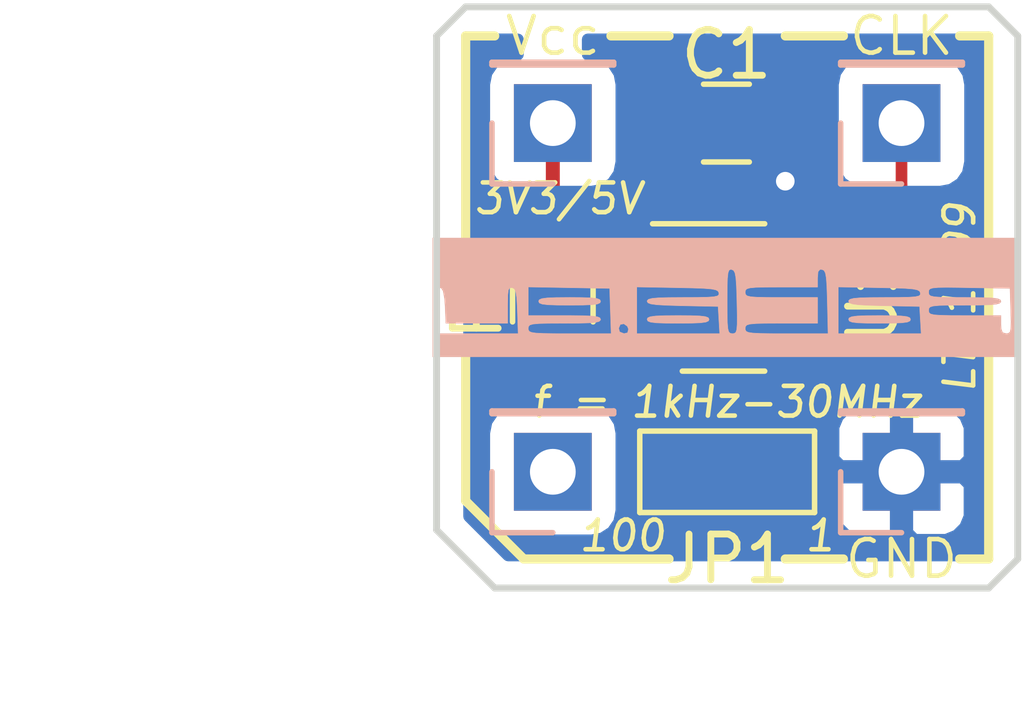
<source format=kicad_pcb>
(kicad_pcb (version 4) (host pcbnew 4.0.7)

  (general
    (links 10)
    (no_connects 0)
    (area 137.084999 73.584999 149.935001 86.435001)
    (thickness 1.6)
    (drawings 26)
    (tracks 29)
    (zones 0)
    (modules 9)
    (nets 7)
  )

  (page A4)
  (layers
    (0 F.Cu signal)
    (31 B.Cu signal)
    (32 B.Adhes user)
    (33 F.Adhes user)
    (34 B.Paste user)
    (35 F.Paste user)
    (36 B.SilkS user)
    (37 F.SilkS user)
    (38 B.Mask user)
    (39 F.Mask user)
    (40 Dwgs.User user)
    (41 Cmts.User user)
    (42 Eco1.User user)
    (43 Eco2.User user)
    (44 Edge.Cuts user)
    (45 Margin user)
    (46 B.CrtYd user)
    (47 F.CrtYd user)
    (48 B.Fab user)
    (49 F.Fab user)
  )

  (setup
    (last_trace_width 0.254)
    (trace_clearance 0.2032)
    (zone_clearance 0.508)
    (zone_45_only no)
    (trace_min 0.2)
    (segment_width 0.2)
    (edge_width 0.15)
    (via_size 0.6096)
    (via_drill 0.4064)
    (via_min_size 0.4)
    (via_min_drill 0.3)
    (uvia_size 0.3)
    (uvia_drill 0.1)
    (uvias_allowed no)
    (uvia_min_size 0.2)
    (uvia_min_drill 0.1)
    (pcb_text_width 0.3)
    (pcb_text_size 1.5 1.5)
    (mod_edge_width 0.15)
    (mod_text_size 1 1)
    (mod_text_width 0.15)
    (pad_size 1.524 1.524)
    (pad_drill 0.762)
    (pad_to_mask_clearance 0.2)
    (aux_axis_origin 0 0)
    (visible_elements FFFFFF7F)
    (pcbplotparams
      (layerselection 0x00030_80000001)
      (usegerberextensions false)
      (excludeedgelayer true)
      (linewidth 0.100000)
      (plotframeref false)
      (viasonmask false)
      (mode 1)
      (useauxorigin false)
      (hpglpennumber 1)
      (hpglpenspeed 20)
      (hpglpendiameter 15)
      (hpglpenoverlay 2)
      (psnegative false)
      (psa4output false)
      (plotreference true)
      (plotvalue true)
      (plotinvisibletext false)
      (padsonsilk false)
      (subtractmaskfromsilk false)
      (outputformat 1)
      (mirror false)
      (drillshape 1)
      (scaleselection 1)
      (outputdirectory ""))
  )

  (net 0 "")
  (net 1 VCC)
  (net 2 GND)
  (net 3 "Net-(J1-Pad1)")
  (net 4 /CLK)
  (net 5 /DIV)
  (net 6 "Net-(R1-Pad1)")

  (net_class Default "This is the default net class."
    (clearance 0.2032)
    (trace_width 0.254)
    (via_dia 0.6096)
    (via_drill 0.4064)
    (uvia_dia 0.3)
    (uvia_drill 0.1)
    (add_net /CLK)
    (add_net /DIV)
    (add_net "Net-(J1-Pad1)")
    (add_net "Net-(R1-Pad1)")
  )

  (net_class PWR ""
    (clearance 0.2032)
    (trace_width 0.3048)
    (via_dia 0.8128)
    (via_drill 0.4064)
    (uvia_dia 0.3)
    (uvia_drill 0.1)
    (add_net GND)
    (add_net VCC)
  )

  (module Pin_Headers:Pin_Header_Straight_1x01_Pitch2.54mm (layer B.Cu) (tedit 5A967168) (tstamp 5A95EC7B)
    (at 139.7 83.82)
    (descr "Through hole straight pin header, 1x01, 2.54mm pitch, single row")
    (tags "Through hole pin header THT 1x01 2.54mm single row")
    (path /5A95EE86)
    (fp_text reference J1 (at 0 2.33) (layer B.SilkS) hide
      (effects (font (size 1 1) (thickness 0.15)) (justify mirror))
    )
    (fp_text value NC (at 0 -2.33) (layer B.Fab)
      (effects (font (size 1 1) (thickness 0.15)) (justify mirror))
    )
    (fp_line (start -0.635 1.27) (end 1.27 1.27) (layer B.Fab) (width 0.1))
    (fp_line (start 1.27 1.27) (end 1.27 -1.27) (layer B.Fab) (width 0.1))
    (fp_line (start 1.27 -1.27) (end -1.27 -1.27) (layer B.Fab) (width 0.1))
    (fp_line (start -1.27 -1.27) (end -1.27 0.635) (layer B.Fab) (width 0.1))
    (fp_line (start -1.27 0.635) (end -0.635 1.27) (layer B.Fab) (width 0.1))
    (fp_line (start -1.33 -1.33) (end 1.33 -1.33) (layer B.SilkS) (width 0.12))
    (fp_line (start -1.33 -1.27) (end -1.33 -1.33) (layer B.SilkS) (width 0.12))
    (fp_line (start 1.33 -1.27) (end 1.33 -1.33) (layer B.SilkS) (width 0.12))
    (fp_line (start -1.33 -1.27) (end 1.33 -1.27) (layer B.SilkS) (width 0.12))
    (fp_line (start -1.33 0) (end -1.33 1.33) (layer B.SilkS) (width 0.12))
    (fp_line (start -1.33 1.33) (end 0 1.33) (layer B.SilkS) (width 0.12))
    (fp_line (start -1.8 1.8) (end -1.8 -1.8) (layer B.CrtYd) (width 0.05))
    (fp_line (start -1.8 -1.8) (end 1.8 -1.8) (layer B.CrtYd) (width 0.05))
    (fp_line (start 1.8 -1.8) (end 1.8 1.8) (layer B.CrtYd) (width 0.05))
    (fp_line (start 1.8 1.8) (end -1.8 1.8) (layer B.CrtYd) (width 0.05))
    (fp_text user %R (at 0 0 270) (layer B.Fab)
      (effects (font (size 1 1) (thickness 0.15)) (justify mirror))
    )
    (pad 1 thru_hole rect (at 0 0) (size 1.7 1.7) (drill 1) (layers *.Cu *.Mask)
      (net 3 "Net-(J1-Pad1)"))
    (model ${KISYS3DMOD}/Pin_Headers.3dshapes/Pin_Header_Straight_1x01_Pitch2.54mm.wrl
      (at (xyz 0 0 0))
      (scale (xyz 1 1 1))
      (rotate (xyz 0 0 0))
    )
  )

  (module Pin_Headers:Pin_Header_Straight_1x01_Pitch2.54mm (layer B.Cu) (tedit 5A96716B) (tstamp 5A95EC80)
    (at 147.32 83.82)
    (descr "Through hole straight pin header, 1x01, 2.54mm pitch, single row")
    (tags "Through hole pin header THT 1x01 2.54mm single row")
    (path /5A95EA7C)
    (fp_text reference J4 (at 0 2.33) (layer B.SilkS) hide
      (effects (font (size 1 1) (thickness 0.15)) (justify mirror))
    )
    (fp_text value GND (at 0 1.905 180) (layer F.SilkS)
      (effects (font (size 0.8 0.8) (thickness 0.1)))
    )
    (fp_line (start -0.635 1.27) (end 1.27 1.27) (layer B.Fab) (width 0.1))
    (fp_line (start 1.27 1.27) (end 1.27 -1.27) (layer B.Fab) (width 0.1))
    (fp_line (start 1.27 -1.27) (end -1.27 -1.27) (layer B.Fab) (width 0.1))
    (fp_line (start -1.27 -1.27) (end -1.27 0.635) (layer B.Fab) (width 0.1))
    (fp_line (start -1.27 0.635) (end -0.635 1.27) (layer B.Fab) (width 0.1))
    (fp_line (start -1.33 -1.33) (end 1.33 -1.33) (layer B.SilkS) (width 0.12))
    (fp_line (start -1.33 -1.27) (end -1.33 -1.33) (layer B.SilkS) (width 0.12))
    (fp_line (start 1.33 -1.27) (end 1.33 -1.33) (layer B.SilkS) (width 0.12))
    (fp_line (start -1.33 -1.27) (end 1.33 -1.27) (layer B.SilkS) (width 0.12))
    (fp_line (start -1.33 0) (end -1.33 1.33) (layer B.SilkS) (width 0.12))
    (fp_line (start -1.33 1.33) (end 0 1.33) (layer B.SilkS) (width 0.12))
    (fp_line (start -1.8 1.8) (end -1.8 -1.8) (layer B.CrtYd) (width 0.05))
    (fp_line (start -1.8 -1.8) (end 1.8 -1.8) (layer B.CrtYd) (width 0.05))
    (fp_line (start 1.8 -1.8) (end 1.8 1.8) (layer B.CrtYd) (width 0.05))
    (fp_line (start 1.8 1.8) (end -1.8 1.8) (layer B.CrtYd) (width 0.05))
    (fp_text user %R (at 0 0 270) (layer B.Fab)
      (effects (font (size 1 1) (thickness 0.15)) (justify mirror))
    )
    (pad 1 thru_hole rect (at 0 0) (size 1.7 1.7) (drill 1) (layers *.Cu *.Mask)
      (net 2 GND))
    (model ${KISYS3DMOD}/Pin_Headers.3dshapes/Pin_Header_Straight_1x01_Pitch2.54mm.wrl
      (at (xyz 0 0 0))
      (scale (xyz 1 1 1))
      (rotate (xyz 0 0 0))
    )
  )

  (module Pin_Headers:Pin_Header_Straight_1x01_Pitch2.54mm (layer B.Cu) (tedit 5A967171) (tstamp 5A95EC85)
    (at 147.32 76.2)
    (descr "Through hole straight pin header, 1x01, 2.54mm pitch, single row")
    (tags "Through hole pin header THT 1x01 2.54mm single row")
    (path /5A95EAAB)
    (fp_text reference J5 (at 0 2.33) (layer B.SilkS) hide
      (effects (font (size 1 1) (thickness 0.15)) (justify mirror))
    )
    (fp_text value CLK (at 0 -1.905) (layer F.SilkS)
      (effects (font (size 0.8 0.8) (thickness 0.1)))
    )
    (fp_line (start -0.635 1.27) (end 1.27 1.27) (layer B.Fab) (width 0.1))
    (fp_line (start 1.27 1.27) (end 1.27 -1.27) (layer B.Fab) (width 0.1))
    (fp_line (start 1.27 -1.27) (end -1.27 -1.27) (layer B.Fab) (width 0.1))
    (fp_line (start -1.27 -1.27) (end -1.27 0.635) (layer B.Fab) (width 0.1))
    (fp_line (start -1.27 0.635) (end -0.635 1.27) (layer B.Fab) (width 0.1))
    (fp_line (start -1.33 -1.33) (end 1.33 -1.33) (layer B.SilkS) (width 0.12))
    (fp_line (start -1.33 -1.27) (end -1.33 -1.33) (layer B.SilkS) (width 0.12))
    (fp_line (start 1.33 -1.27) (end 1.33 -1.33) (layer B.SilkS) (width 0.12))
    (fp_line (start -1.33 -1.27) (end 1.33 -1.27) (layer B.SilkS) (width 0.12))
    (fp_line (start -1.33 0) (end -1.33 1.33) (layer B.SilkS) (width 0.12))
    (fp_line (start -1.33 1.33) (end 0 1.33) (layer B.SilkS) (width 0.12))
    (fp_line (start -1.8 1.8) (end -1.8 -1.8) (layer B.CrtYd) (width 0.05))
    (fp_line (start -1.8 -1.8) (end 1.8 -1.8) (layer B.CrtYd) (width 0.05))
    (fp_line (start 1.8 -1.8) (end 1.8 1.8) (layer B.CrtYd) (width 0.05))
    (fp_line (start 1.8 1.8) (end -1.8 1.8) (layer B.CrtYd) (width 0.05))
    (fp_text user %R (at 0 0 270) (layer B.Fab)
      (effects (font (size 1 1) (thickness 0.15)) (justify mirror))
    )
    (pad 1 thru_hole rect (at 0 0) (size 1.7 1.7) (drill 1) (layers *.Cu *.Mask)
      (net 4 /CLK))
    (model ${KISYS3DMOD}/Pin_Headers.3dshapes/Pin_Header_Straight_1x01_Pitch2.54mm.wrl
      (at (xyz 0 0 0))
      (scale (xyz 1 1 1))
      (rotate (xyz 0 0 0))
    )
  )

  (module Pin_Headers:Pin_Header_Straight_1x01_Pitch2.54mm (layer B.Cu) (tedit 5A967176) (tstamp 5A95EC8A)
    (at 139.7 76.2)
    (descr "Through hole straight pin header, 1x01, 2.54mm pitch, single row")
    (tags "Through hole pin header THT 1x01 2.54mm single row")
    (path /5A95EA30)
    (fp_text reference J8 (at 0 2.33) (layer B.SilkS) hide
      (effects (font (size 1 1) (thickness 0.15)) (justify mirror))
    )
    (fp_text value Vcc (at 0 -1.905 180) (layer F.SilkS)
      (effects (font (size 0.8 0.8) (thickness 0.1)))
    )
    (fp_line (start -0.635 1.27) (end 1.27 1.27) (layer B.Fab) (width 0.1))
    (fp_line (start 1.27 1.27) (end 1.27 -1.27) (layer B.Fab) (width 0.1))
    (fp_line (start 1.27 -1.27) (end -1.27 -1.27) (layer B.Fab) (width 0.1))
    (fp_line (start -1.27 -1.27) (end -1.27 0.635) (layer B.Fab) (width 0.1))
    (fp_line (start -1.27 0.635) (end -0.635 1.27) (layer B.Fab) (width 0.1))
    (fp_line (start -1.33 -1.33) (end 1.33 -1.33) (layer B.SilkS) (width 0.12))
    (fp_line (start -1.33 -1.27) (end -1.33 -1.33) (layer B.SilkS) (width 0.12))
    (fp_line (start 1.33 -1.27) (end 1.33 -1.33) (layer B.SilkS) (width 0.12))
    (fp_line (start -1.33 -1.27) (end 1.33 -1.27) (layer B.SilkS) (width 0.12))
    (fp_line (start -1.33 0) (end -1.33 1.33) (layer B.SilkS) (width 0.12))
    (fp_line (start -1.33 1.33) (end 0 1.33) (layer B.SilkS) (width 0.12))
    (fp_line (start -1.8 1.8) (end -1.8 -1.8) (layer B.CrtYd) (width 0.05))
    (fp_line (start -1.8 -1.8) (end 1.8 -1.8) (layer B.CrtYd) (width 0.05))
    (fp_line (start 1.8 -1.8) (end 1.8 1.8) (layer B.CrtYd) (width 0.05))
    (fp_line (start 1.8 1.8) (end -1.8 1.8) (layer B.CrtYd) (width 0.05))
    (fp_text user %R (at 0 0 270) (layer B.Fab)
      (effects (font (size 1 1) (thickness 0.15)) (justify mirror))
    )
    (pad 1 thru_hole rect (at 0 0) (size 1.7 1.7) (drill 1) (layers *.Cu *.Mask)
      (net 1 VCC))
    (model ${KISYS3DMOD}/Pin_Headers.3dshapes/Pin_Header_Straight_1x01_Pitch2.54mm.wrl
      (at (xyz 0 0 0))
      (scale (xyz 1 1 1))
      (rotate (xyz 0 0 0))
    )
  )

  (module Connectors:GS3 (layer F.Cu) (tedit 58613494) (tstamp 5A95EC91)
    (at 143.51 83.82 270)
    (descr "3-pin solder bridge")
    (tags "solder bridge")
    (path /5A95E980)
    (attr smd)
    (fp_text reference JP1 (at 1.905 0 360) (layer F.SilkS)
      (effects (font (size 1 1) (thickness 0.15)))
    )
    (fp_text value GS3 (at 1.8 0 360) (layer F.Fab)
      (effects (font (size 1 1) (thickness 0.15)))
    )
    (fp_line (start -1.15 -2.15) (end 1.15 -2.15) (layer F.CrtYd) (width 0.05))
    (fp_line (start 1.15 -2.15) (end 1.15 2.15) (layer F.CrtYd) (width 0.05))
    (fp_line (start 1.15 2.15) (end -1.15 2.15) (layer F.CrtYd) (width 0.05))
    (fp_line (start -1.15 2.15) (end -1.15 -2.15) (layer F.CrtYd) (width 0.05))
    (fp_line (start -0.89 -1.91) (end -0.89 1.91) (layer F.SilkS) (width 0.12))
    (fp_line (start -0.89 1.91) (end 0.89 1.91) (layer F.SilkS) (width 0.12))
    (fp_line (start 0.89 1.91) (end 0.89 -1.91) (layer F.SilkS) (width 0.12))
    (fp_line (start -0.89 -1.91) (end 0.89 -1.91) (layer F.SilkS) (width 0.12))
    (pad 1 smd rect (at 0 -1.27 270) (size 1.27 0.97) (layers F.Cu F.Paste F.Mask)
      (net 2 GND))
    (pad 2 smd rect (at 0 0 270) (size 1.27 0.97) (layers F.Cu F.Paste F.Mask)
      (net 5 /DIV))
    (pad 3 smd rect (at 0 1.27 270) (size 1.27 0.97) (layers F.Cu F.Paste F.Mask)
      (net 1 VCC))
  )

  (module TO_SOT_Packages_SMD:SOT-23-5_HandSoldering (layer F.Cu) (tedit 58CE4E7E) (tstamp 5A95ECA0)
    (at 143.43 80.01)
    (descr "5-pin SOT23 package")
    (tags "SOT-23-5 hand-soldering")
    (path /5A95E822)
    (attr smd)
    (fp_text reference U1 (at 3.255 0 90) (layer F.SilkS)
      (effects (font (size 1 1) (thickness 0.15)))
    )
    (fp_text value LTC1799 (at 0 2.9) (layer F.Fab)
      (effects (font (size 1 1) (thickness 0.15)))
    )
    (fp_text user %R (at 0 0 90) (layer F.Fab)
      (effects (font (size 0.5 0.5) (thickness 0.075)))
    )
    (fp_line (start -0.9 1.61) (end 0.9 1.61) (layer F.SilkS) (width 0.12))
    (fp_line (start 0.9 -1.61) (end -1.55 -1.61) (layer F.SilkS) (width 0.12))
    (fp_line (start -0.9 -0.9) (end -0.25 -1.55) (layer F.Fab) (width 0.1))
    (fp_line (start 0.9 -1.55) (end -0.25 -1.55) (layer F.Fab) (width 0.1))
    (fp_line (start -0.9 -0.9) (end -0.9 1.55) (layer F.Fab) (width 0.1))
    (fp_line (start 0.9 1.55) (end -0.9 1.55) (layer F.Fab) (width 0.1))
    (fp_line (start 0.9 -1.55) (end 0.9 1.55) (layer F.Fab) (width 0.1))
    (fp_line (start -2.38 -1.8) (end 2.38 -1.8) (layer F.CrtYd) (width 0.05))
    (fp_line (start -2.38 -1.8) (end -2.38 1.8) (layer F.CrtYd) (width 0.05))
    (fp_line (start 2.38 1.8) (end 2.38 -1.8) (layer F.CrtYd) (width 0.05))
    (fp_line (start 2.38 1.8) (end -2.38 1.8) (layer F.CrtYd) (width 0.05))
    (pad 1 smd rect (at -1.35 -0.95) (size 1.56 0.65) (layers F.Cu F.Paste F.Mask)
      (net 1 VCC))
    (pad 2 smd rect (at -1.35 0) (size 1.56 0.65) (layers F.Cu F.Paste F.Mask)
      (net 2 GND))
    (pad 3 smd rect (at -1.35 0.95) (size 1.56 0.65) (layers F.Cu F.Paste F.Mask)
      (net 6 "Net-(R1-Pad1)"))
    (pad 4 smd rect (at 1.35 0.95) (size 1.56 0.65) (layers F.Cu F.Paste F.Mask)
      (net 5 /DIV))
    (pad 5 smd rect (at 1.35 -0.95) (size 1.56 0.65) (layers F.Cu F.Paste F.Mask)
      (net 4 /CLK))
    (model ${KISYS3DMOD}/TO_SOT_Packages_SMD.3dshapes\SOT-23-5.wrl
      (at (xyz 0 0 0))
      (scale (xyz 1 1 1))
      (rotate (xyz 0 0 0))
    )
  )

  (module Capacitors_SMD:C_0805 (layer F.Cu) (tedit 58AA8463) (tstamp 5A966F2F)
    (at 143.494 76.2)
    (descr "Capacitor SMD 0805, reflow soldering, AVX (see smccp.pdf)")
    (tags "capacitor 0805")
    (path /5A95E924)
    (attr smd)
    (fp_text reference C1 (at 0 -1.5) (layer F.SilkS)
      (effects (font (size 1 1) (thickness 0.15)))
    )
    (fp_text value 100nF (at 0 1.75) (layer F.Fab)
      (effects (font (size 1 1) (thickness 0.15)))
    )
    (fp_text user %R (at 0 -1.5) (layer F.Fab)
      (effects (font (size 1 1) (thickness 0.15)))
    )
    (fp_line (start -1 0.62) (end -1 -0.62) (layer F.Fab) (width 0.1))
    (fp_line (start 1 0.62) (end -1 0.62) (layer F.Fab) (width 0.1))
    (fp_line (start 1 -0.62) (end 1 0.62) (layer F.Fab) (width 0.1))
    (fp_line (start -1 -0.62) (end 1 -0.62) (layer F.Fab) (width 0.1))
    (fp_line (start 0.5 -0.85) (end -0.5 -0.85) (layer F.SilkS) (width 0.12))
    (fp_line (start -0.5 0.85) (end 0.5 0.85) (layer F.SilkS) (width 0.12))
    (fp_line (start -1.75 -0.88) (end 1.75 -0.88) (layer F.CrtYd) (width 0.05))
    (fp_line (start -1.75 -0.88) (end -1.75 0.87) (layer F.CrtYd) (width 0.05))
    (fp_line (start 1.75 0.87) (end 1.75 -0.88) (layer F.CrtYd) (width 0.05))
    (fp_line (start 1.75 0.87) (end -1.75 0.87) (layer F.CrtYd) (width 0.05))
    (pad 1 smd rect (at -1 0) (size 1 1.25) (layers F.Cu F.Paste F.Mask)
      (net 1 VCC))
    (pad 2 smd rect (at 1 0) (size 1 1.25) (layers F.Cu F.Paste F.Mask)
      (net 2 GND))
    (model Capacitors_SMD.3dshapes/C_0805.wrl
      (at (xyz 0 0 0))
      (scale (xyz 1 1 1))
      (rotate (xyz 0 0 0))
    )
  )

  (module Resistors_SMD:R_0805 (layer F.Cu) (tedit 58E0A804) (tstamp 5A966F35)
    (at 139.7 79.944 90)
    (descr "Resistor SMD 0805, reflow soldering, Vishay (see dcrcw.pdf)")
    (tags "resistor 0805")
    (path /5A95E8B7)
    (attr smd)
    (fp_text reference R1 (at 0 -1.65 90) (layer F.SilkS)
      (effects (font (size 1 1) (thickness 0.15)))
    )
    (fp_text value Rset (at 0 1.75 90) (layer F.Fab)
      (effects (font (size 1 1) (thickness 0.15)))
    )
    (fp_text user %R (at 0 0 90) (layer F.Fab)
      (effects (font (size 0.5 0.5) (thickness 0.075)))
    )
    (fp_line (start -1 0.62) (end -1 -0.62) (layer F.Fab) (width 0.1))
    (fp_line (start 1 0.62) (end -1 0.62) (layer F.Fab) (width 0.1))
    (fp_line (start 1 -0.62) (end 1 0.62) (layer F.Fab) (width 0.1))
    (fp_line (start -1 -0.62) (end 1 -0.62) (layer F.Fab) (width 0.1))
    (fp_line (start 0.6 0.88) (end -0.6 0.88) (layer F.SilkS) (width 0.12))
    (fp_line (start -0.6 -0.88) (end 0.6 -0.88) (layer F.SilkS) (width 0.12))
    (fp_line (start -1.55 -0.9) (end 1.55 -0.9) (layer F.CrtYd) (width 0.05))
    (fp_line (start -1.55 -0.9) (end -1.55 0.9) (layer F.CrtYd) (width 0.05))
    (fp_line (start 1.55 0.9) (end 1.55 -0.9) (layer F.CrtYd) (width 0.05))
    (fp_line (start 1.55 0.9) (end -1.55 0.9) (layer F.CrtYd) (width 0.05))
    (pad 1 smd rect (at -0.95 0 90) (size 0.7 1.3) (layers F.Cu F.Paste F.Mask)
      (net 6 "Net-(R1-Pad1)"))
    (pad 2 smd rect (at 0.95 0 90) (size 0.7 1.3) (layers F.Cu F.Paste F.Mask)
      (net 1 VCC))
    (model ${KISYS3DMOD}/Resistors_SMD.3dshapes/R_0805.wrl
      (at (xyz 0 0 0))
      (scale (xyz 1 1 1))
      (rotate (xyz 0 0 0))
    )
  )

  (module "ZX Speccy:fatla_eu" (layer B.Cu) (tedit 0) (tstamp 5A9673B1)
    (at 143.51 80.01 180)
    (fp_text reference G*** (at 0 0 180) (layer B.SilkS) hide
      (effects (font (thickness 0.3)) (justify mirror))
    )
    (fp_text value LOGO (at 0.75 0 180) (layer B.SilkS) hide
      (effects (font (thickness 0.3)) (justify mirror))
    )
    (fp_poly (pts (xy 6.434666 -1.298222) (xy -6.378222 -1.298222) (xy -6.378222 -0.533189) (xy -6.203069 -0.533189)
      (xy -6.19931 -0.679142) (xy -6.181327 -0.756045) (xy -6.144751 -0.785752) (xy -6.098198 -0.790222)
      (xy -4.239233 -0.790222) (xy -2.427111 -0.790222) (xy -2.204808 -0.790222) (xy -1.29996 -0.790222)
      (xy -0.961898 -0.789565) (xy -0.720494 -0.786245) (xy -0.559519 -0.778236) (xy -0.462743 -0.763514)
      (xy -0.413936 -0.740054) (xy -0.396871 -0.705831) (xy -0.395111 -0.677333) (xy -0.400973 -0.632661)
      (xy -0.430125 -0.601637) (xy -0.499915 -0.581784) (xy -0.627692 -0.570621) (xy -0.830804 -0.565672)
      (xy -1.126599 -0.564457) (xy -1.185334 -0.564444) (xy -1.975556 -0.564444) (xy -1.975556 -0.388394)
      (xy -0.219092 -0.388394) (xy -0.21868 -0.583048) (xy -0.209515 -0.701989) (xy -0.188942 -0.763778)
      (xy -0.154307 -0.786976) (xy -0.114626 -0.790222) (xy 0.163434 -0.790222) (xy 1.975555 -0.790222)
      (xy 1.975555 -0.692092) (xy 2.155509 -0.692092) (xy 2.176307 -0.772435) (xy 2.253639 -0.790222)
      (xy 2.535605 -0.790222) (xy 3.440913 -0.790222) (xy 4.567605 -0.790222) (xy 6.321778 -0.790222)
      (xy 6.321778 -0.277518) (xy 6.317674 -0.022948) (xy 6.304005 0.133125) (xy 6.278731 0.204842)
      (xy 6.251222 0.211872) (xy 6.20659 0.141153) (xy 6.175562 -0.029028) (xy 6.163976 -0.187943)
      (xy 6.147286 -0.564444) (xy 4.797778 -0.564444) (xy 4.797778 -0.165194) (xy 4.794537 0.043633)
      (xy 4.780973 0.161863) (xy 4.751321 0.211694) (xy 4.699815 0.215325) (xy 4.699 0.215171)
      (xy 4.650056 0.189749) (xy 4.618205 0.121644) (xy 4.598578 -0.010809) (xy 4.586307 -0.229275)
      (xy 4.583913 -0.296968) (xy 4.567605 -0.790222) (xy 3.440913 -0.790222) (xy 3.779074 -0.789566)
      (xy 4.020572 -0.786248) (xy 4.181634 -0.778246) (xy 4.278484 -0.763536) (xy 4.327348 -0.740094)
      (xy 4.344451 -0.705899) (xy 4.346222 -0.677333) (xy 4.34036 -0.632661) (xy 4.311208 -0.601637)
      (xy 4.241418 -0.581784) (xy 4.113641 -0.570621) (xy 3.91053 -0.565672) (xy 3.614735 -0.564457)
      (xy 3.556 -0.564444) (xy 3.237297 -0.562749) (xy 3.015274 -0.55651) (xy 2.873758 -0.543992)
      (xy 2.796575 -0.523464) (xy 2.767551 -0.493193) (xy 2.765778 -0.479778) (xy 2.781596 -0.445631)
      (xy 2.839832 -0.421843) (xy 2.956661 -0.40668) (xy 3.148256 -0.398411) (xy 3.43079 -0.395301)
      (xy 3.556 -0.395111) (xy 4.346222 -0.395111) (xy 4.346222 0.228645) (xy 3.457222 0.2131)
      (xy 2.568222 0.197556) (xy 2.551913 -0.296333) (xy 2.535605 -0.790222) (xy 2.253639 -0.790222)
      (xy 2.350139 -0.753034) (xy 2.370666 -0.673194) (xy 2.33519 -0.589563) (xy 2.257858 -0.575808)
      (xy 2.182318 -0.628096) (xy 2.155509 -0.692092) (xy 1.975555 -0.692092) (xy 1.975555 0.228645)
      (xy 1.08727 0.2131) (xy 0.749807 0.206051) (xy 0.508804 0.197214) (xy 0.347832 0.18452)
      (xy 0.250462 0.165897) (xy 0.200265 0.139276) (xy 0.180813 0.102586) (xy 0.18002 0.098778)
      (xy 0.181193 0.059676) (xy 0.21337 0.032455) (xy 0.29319 0.014998) (xy 0.437291 0.005183)
      (xy 0.662312 0.000892) (xy 0.955417 0) (xy 1.275943 -0.001757) (xy 1.499563 -0.008142)
      (xy 1.642217 -0.02082) (xy 1.719848 -0.041459) (xy 1.748399 -0.071727) (xy 1.749778 -0.083074)
      (xy 1.73163 -0.117419) (xy 1.666608 -0.142328) (xy 1.538844 -0.159821) (xy 1.33247 -0.171917)
      (xy 1.031619 -0.180635) (xy 0.973666 -0.181851) (xy 0.197555 -0.197555) (xy 0.180494 -0.493889)
      (xy 0.163434 -0.790222) (xy -0.114626 -0.790222) (xy -0.067189 -0.784176) (xy -0.035027 -0.753836)
      (xy -0.015185 -0.680896) (xy -0.004706 -0.547053) (xy -0.000633 -0.334) (xy 0 -0.080528)
      (xy -0.001283 0.21381) (xy -0.006798 0.412775) (xy -0.019051 0.533873) (xy -0.040542 0.594607)
      (xy -0.073776 0.61248) (xy -0.098778 0.61023) (xy -0.140892 0.58992) (xy -0.170214 0.535594)
      (xy -0.189745 0.428682) (xy -0.202484 0.250617) (xy -0.211429 -0.017172) (xy -0.213404 -0.099465)
      (xy -0.219092 -0.388394) (xy -1.975556 -0.388394) (xy -1.975556 0) (xy -1.185334 0)
      (xy -0.87263 0.000838) (xy -0.655464 0.005002) (xy -0.516487 0.014972) (xy -0.43835 0.033226)
      (xy -0.403706 0.062242) (xy -0.395205 0.104498) (xy -0.395111 0.112889) (xy -0.400973 0.157561)
      (xy -0.430125 0.188585) (xy -0.499915 0.208439) (xy -0.627692 0.219601) (xy -0.830804 0.22455)
      (xy -1.126599 0.225765) (xy -1.185334 0.225778) (xy -1.975556 0.225778) (xy -1.975556 0.427472)
      (xy -1.986553 0.56266) (xy -2.028669 0.61164) (xy -2.074334 0.61023) (xy -2.116447 0.58992)
      (xy -2.14577 0.535594) (xy -2.165301 0.428682) (xy -2.178039 0.250617) (xy -2.186984 -0.017172)
      (xy -2.18896 -0.099465) (xy -2.204808 -0.790222) (xy -2.427111 -0.790222) (xy -2.427111 0.228645)
      (xy -3.315396 0.2131) (xy -3.652859 0.206051) (xy -3.893863 0.197214) (xy -4.054835 0.18452)
      (xy -4.152205 0.165897) (xy -4.202401 0.139276) (xy -4.221853 0.102586) (xy -4.222646 0.098778)
      (xy -4.221474 0.059676) (xy -4.189297 0.032455) (xy -4.109477 0.014998) (xy -3.965375 0.005183)
      (xy -3.740354 0.000892) (xy -3.44725 0) (xy -3.126723 -0.001757) (xy -2.903104 -0.008142)
      (xy -2.76045 -0.02082) (xy -2.682818 -0.041459) (xy -2.654267 -0.071727) (xy -2.652889 -0.083074)
      (xy -2.671037 -0.117419) (xy -2.736059 -0.142328) (xy -2.863823 -0.159821) (xy -3.070196 -0.171917)
      (xy -3.371048 -0.180635) (xy -3.429 -0.181851) (xy -4.205111 -0.197555) (xy -4.222172 -0.493889)
      (xy -4.239233 -0.790222) (xy -6.098198 -0.790222) (xy -6.019068 -0.768938) (xy -5.987063 -0.684818)
      (xy -5.983111 -0.592666) (xy -5.983111 -0.395111) (xy -5.192889 -0.395111) (xy -4.880186 -0.394273)
      (xy -4.66302 -0.390109) (xy -4.524043 -0.380139) (xy -4.445906 -0.361885) (xy -4.411261 -0.332869)
      (xy -4.40276 -0.290613) (xy -4.402667 -0.282222) (xy -4.408529 -0.23755) (xy -4.437681 -0.206526)
      (xy -4.507471 -0.186672) (xy -4.635248 -0.17551) (xy -4.838359 -0.170561) (xy -5.134154 -0.169346)
      (xy -5.192889 -0.169333) (xy -5.511592 -0.167638) (xy -5.733615 -0.161399) (xy -5.875131 -0.148881)
      (xy -5.952314 -0.128353) (xy -5.981337 -0.098082) (xy -5.983111 -0.084666) (xy -5.967293 -0.05052)
      (xy -5.909056 -0.026731) (xy -5.792227 -0.011569) (xy -5.600633 -0.003299) (xy -5.318098 -0.00019)
      (xy -5.192889 0) (xy -4.880263 0.000807) (xy -4.663163 0.004903) (xy -4.524226 0.014799)
      (xy -4.446092 0.033007) (xy -4.4114 0.062038) (xy -4.402788 0.104405) (xy -4.402667 0.114322)
      (xy -4.407353 0.157251) (xy -4.432336 0.187419) (xy -4.494005 0.206646) (xy -4.608748 0.216755)
      (xy -4.792952 0.219565) (xy -5.063005 0.216897) (xy -5.291667 0.2131) (xy -6.180667 0.197556)
      (xy -6.196976 -0.296333) (xy -6.203069 -0.533189) (xy -6.378222 -0.533189) (xy -6.378222 1.298222)
      (xy 6.434666 1.298222) (xy 6.434666 -1.298222)) (layer B.SilkS) (width 0.01))
    (fp_poly (pts (xy -3.038195 -0.397234) (xy -2.841732 -0.405041) (xy -2.723563 -0.420692) (xy -2.666418 -0.446346)
      (xy -2.652889 -0.479778) (xy -2.669872 -0.516281) (xy -2.732333 -0.540839) (xy -2.857542 -0.55561)
      (xy -3.062769 -0.562753) (xy -3.330222 -0.564444) (xy -3.62225 -0.562321) (xy -3.818713 -0.554514)
      (xy -3.936882 -0.538863) (xy -3.994027 -0.513209) (xy -4.007556 -0.479778) (xy -3.990573 -0.443274)
      (xy -3.928112 -0.418716) (xy -3.802903 -0.403945) (xy -3.597676 -0.396802) (xy -3.330222 -0.395111)
      (xy -3.038195 -0.397234)) (layer B.SilkS) (width 0.01))
    (fp_poly (pts (xy 1.364471 -0.397234) (xy 1.560935 -0.405041) (xy 1.679104 -0.420692) (xy 1.736249 -0.446346)
      (xy 1.749778 -0.479778) (xy 1.732795 -0.516281) (xy 1.670334 -0.540839) (xy 1.545125 -0.55561)
      (xy 1.339898 -0.562753) (xy 1.072444 -0.564444) (xy 0.780417 -0.562321) (xy 0.583954 -0.554514)
      (xy 0.465784 -0.538863) (xy 0.408639 -0.513209) (xy 0.395111 -0.479778) (xy 0.412093 -0.443274)
      (xy 0.474554 -0.418716) (xy 0.599763 -0.403945) (xy 0.80499 -0.396802) (xy 1.072444 -0.395111)
      (xy 1.364471 -0.397234)) (layer B.SilkS) (width 0.01))
    (fp_poly (pts (xy 3.735138 -0.002123) (xy 3.931601 -0.00993) (xy 4.049771 -0.025581) (xy 4.106916 -0.051235)
      (xy 4.120444 -0.084666) (xy 4.103462 -0.12117) (xy 4.041001 -0.145728) (xy 3.915792 -0.160499)
      (xy 3.710565 -0.167642) (xy 3.443111 -0.169333) (xy 3.151084 -0.16721) (xy 2.95462 -0.159403)
      (xy 2.836451 -0.143752) (xy 2.779306 -0.118098) (xy 2.765778 -0.084666) (xy 2.78276 -0.048163)
      (xy 2.845221 -0.023605) (xy 2.97043 -0.008834) (xy 3.175657 -0.001691) (xy 3.443111 0)
      (xy 3.735138 -0.002123)) (layer B.SilkS) (width 0.01))
  )

  (gr_line (start 146.05 85.725) (end 144.78 85.725) (layer F.SilkS) (width 0.2) (tstamp 5A9674F2))
  (gr_line (start 144.78 74.295) (end 146.05 74.295) (layer F.SilkS) (width 0.2) (tstamp 5A9674ED))
  (gr_text LTC1799 (at 148.59 80.01 90) (layer F.SilkS) (tstamp 5A967413)
    (effects (font (size 0.65 0.65) (thickness 0.1) italic))
  )
  (gr_text 3V3/5V (at 139.827 77.851) (layer F.SilkS) (tstamp 5A967339)
    (effects (font (size 0.65 0.65) (thickness 0.1) italic))
  )
  (gr_text 1 (at 145.542 85.217) (layer F.SilkS) (tstamp 5A9672A3)
    (effects (font (size 0.65 0.65) (thickness 0.1) italic))
  )
  (gr_text 100 (at 141.224 85.217) (layer F.SilkS) (tstamp 5A967287)
    (effects (font (size 0.65 0.65) (thickness 0.1) italic))
  )
  (gr_text "f = 1kHz-30MHz" (at 143.51 82.296) (layer F.SilkS)
    (effects (font (size 0.65 0.65) (thickness 0.1) italic))
  )
  (gr_line (start 137.795 74.295) (end 137.795 78.74) (layer F.SilkS) (width 0.2))
  (gr_line (start 140.97 74.295) (end 142.24 74.295) (layer F.SilkS) (width 0.2))
  (gr_line (start 137.795 84.455) (end 137.795 81.28) (layer F.SilkS) (width 0.2))
  (gr_line (start 139.065 85.725) (end 137.795 84.455) (layer F.SilkS) (width 0.2))
  (gr_line (start 142.24 85.725) (end 139.065 85.725) (layer F.SilkS) (width 0.2))
  (gr_line (start 149.225 85.725) (end 148.59 85.725) (layer F.SilkS) (width 0.2))
  (gr_line (start 149.225 74.295) (end 149.225 85.725) (layer F.SilkS) (width 0.2))
  (gr_line (start 148.59 74.295) (end 149.225 74.295) (layer F.SilkS) (width 0.2))
  (gr_line (start 137.795 74.295) (end 138.43 74.295) (layer F.SilkS) (width 0.2))
  (dimension 12.7 (width 0.3) (layer Dwgs.User)
    (gr_text "0.5000 in" (at 143.51 89.615) (layer Dwgs.User)
      (effects (font (size 1.5 1.5) (thickness 0.3)))
    )
    (feature1 (pts (xy 149.86 86.36) (xy 149.86 90.965)))
    (feature2 (pts (xy 137.16 86.36) (xy 137.16 90.965)))
    (crossbar (pts (xy 137.16 88.265) (xy 149.86 88.265)))
    (arrow1a (pts (xy 149.86 88.265) (xy 148.733496 88.851421)))
    (arrow1b (pts (xy 149.86 88.265) (xy 148.733496 87.678579)))
    (arrow2a (pts (xy 137.16 88.265) (xy 138.286504 88.851421)))
    (arrow2b (pts (xy 137.16 88.265) (xy 138.286504 87.678579)))
  )
  (dimension 12.7 (width 0.3) (layer Dwgs.User)
    (gr_text "0.5000 in" (at 133.905 80.01 90) (layer Dwgs.User)
      (effects (font (size 1.5 1.5) (thickness 0.3)))
    )
    (feature1 (pts (xy 137.16 73.66) (xy 132.555 73.66)))
    (feature2 (pts (xy 137.16 86.36) (xy 132.555 86.36)))
    (crossbar (pts (xy 135.255 86.36) (xy 135.255 73.66)))
    (arrow1a (pts (xy 135.255 73.66) (xy 135.841421 74.786504)))
    (arrow1b (pts (xy 135.255 73.66) (xy 134.668579 74.786504)))
    (arrow2a (pts (xy 135.255 86.36) (xy 135.841421 85.233496)))
    (arrow2b (pts (xy 135.255 86.36) (xy 134.668579 85.233496)))
  )
  (gr_line (start 149.225 86.36) (end 149.86 85.725) (layer Edge.Cuts) (width 0.15))
  (gr_line (start 149.225 73.66) (end 149.86 74.295) (layer Edge.Cuts) (width 0.15))
  (gr_line (start 137.16 74.295) (end 137.795 73.66) (layer Edge.Cuts) (width 0.15))
  (gr_line (start 137.16 85.09) (end 138.43 86.36) (layer Edge.Cuts) (width 0.15))
  (gr_line (start 137.16 74.295) (end 137.16 85.09) (layer Edge.Cuts) (width 0.15))
  (gr_line (start 149.225 73.66) (end 137.795 73.66) (layer Edge.Cuts) (width 0.15))
  (gr_line (start 149.86 85.725) (end 149.86 74.295) (layer Edge.Cuts) (width 0.15))
  (gr_line (start 138.43 86.36) (end 149.225 86.36) (layer Edge.Cuts) (width 0.15))

  (segment (start 142.08 79.06) (end 142.24 78.9) (width 0.3048) (layer F.Cu) (net 1))
  (segment (start 142.24 78.9) (end 142.24 76.454) (width 0.3048) (layer F.Cu) (net 1))
  (segment (start 142.24 76.454) (end 142.494 76.2) (width 0.3048) (layer F.Cu) (net 1))
  (segment (start 138.43 81.915) (end 140.485 81.915) (width 0.3048) (layer F.Cu) (net 1))
  (segment (start 140.485 81.915) (end 142.24 83.67) (width 0.3048) (layer F.Cu) (net 1))
  (segment (start 142.24 83.67) (end 142.24 83.82) (width 0.3048) (layer F.Cu) (net 1))
  (segment (start 138.43 79.3092) (end 138.43 81.915) (width 0.3048) (layer F.Cu) (net 1))
  (segment (start 139.7 78.994) (end 138.7452 78.994) (width 0.3048) (layer F.Cu) (net 1))
  (segment (start 138.7452 78.994) (end 138.43 79.3092) (width 0.3048) (layer F.Cu) (net 1))
  (segment (start 139.7 78.994) (end 139.7 76.2) (width 0.3048) (layer F.Cu) (net 1) (status 30))
  (segment (start 139.7 78.994) (end 142.014 78.994) (width 0.3048) (layer F.Cu) (net 1) (status 30))
  (segment (start 142.014 78.994) (end 142.08 79.06) (width 0.3048) (layer F.Cu) (net 1) (status 30))
  (segment (start 144.494 76.2) (end 144.494 77.184) (width 0.3048) (layer F.Cu) (net 2))
  (segment (start 144.494 77.184) (end 144.78 77.47) (width 0.3048) (layer F.Cu) (net 2))
  (via (at 144.78 77.47) (size 0.8128) (drill 0.4064) (layers F.Cu B.Cu) (net 2))
  (segment (start 146.685 80.01) (end 142.08 80.01) (width 0.3048) (layer F.Cu) (net 2))
  (segment (start 147.32 80.645) (end 146.685 80.01) (width 0.3048) (layer F.Cu) (net 2))
  (segment (start 147.32 83.82) (end 147.32 80.645) (width 0.3048) (layer F.Cu) (net 2))
  (segment (start 143.1648 80.01) (end 142.08 80.01) (width 0.3048) (layer F.Cu) (net 2))
  (segment (start 144.78 83.82) (end 147.32 83.82) (width 0.3048) (layer F.Cu) (net 2))
  (segment (start 147.32 77.554) (end 147.32 76.2) (width 0.254) (layer F.Cu) (net 4))
  (segment (start 144.78 79.06) (end 145.814 79.06) (width 0.254) (layer F.Cu) (net 4))
  (segment (start 145.814 79.06) (end 147.32 77.554) (width 0.254) (layer F.Cu) (net 4))
  (segment (start 143.51 83.82) (end 143.51 82.931) (width 0.254) (layer F.Cu) (net 5))
  (segment (start 143.51 82.931) (end 144.78 81.661) (width 0.254) (layer F.Cu) (net 5))
  (segment (start 144.78 81.661) (end 144.78 81.28) (width 0.254) (layer F.Cu) (net 5))
  (segment (start 144.78 81.28) (end 144.78 80.96) (width 0.254) (layer F.Cu) (net 5))
  (segment (start 142.08 80.96) (end 139.766 80.96) (width 0.254) (layer F.Cu) (net 6) (status 30))
  (segment (start 139.766 80.96) (end 139.7 80.894) (width 0.254) (layer F.Cu) (net 6) (status 30))

  (zone (net 2) (net_name GND) (layer B.Cu) (tstamp 0) (hatch edge 0.508)
    (connect_pads (clearance 0.508))
    (min_thickness 0.254)
    (fill yes (arc_segments 16) (thermal_gap 0.508) (thermal_bridge_width 0.508))
    (polygon
      (pts
        (xy 137.16 73.66) (xy 139.065 73.66) (xy 139.065 74.93) (xy 140.335 74.93) (xy 140.335 73.66)
        (xy 149.86 73.66) (xy 149.86 86.36) (xy 137.16 86.36)
      )
    )
    (filled_polygon
      (pts
        (xy 138.938 74.70256) (xy 138.85 74.70256) (xy 138.614683 74.746838) (xy 138.398559 74.88591) (xy 138.253569 75.09811)
        (xy 138.20256 75.35) (xy 138.20256 77.05) (xy 138.246838 77.285317) (xy 138.38591 77.501441) (xy 138.59811 77.646431)
        (xy 138.85 77.69744) (xy 140.55 77.69744) (xy 140.785317 77.653162) (xy 141.001441 77.51409) (xy 141.146431 77.30189)
        (xy 141.19744 77.05) (xy 141.19744 75.35) (xy 145.82256 75.35) (xy 145.82256 77.05) (xy 145.866838 77.285317)
        (xy 146.00591 77.501441) (xy 146.21811 77.646431) (xy 146.47 77.69744) (xy 148.17 77.69744) (xy 148.405317 77.653162)
        (xy 148.621441 77.51409) (xy 148.766431 77.30189) (xy 148.81744 77.05) (xy 148.81744 75.35) (xy 148.773162 75.114683)
        (xy 148.63409 74.898559) (xy 148.42189 74.753569) (xy 148.17 74.70256) (xy 146.47 74.70256) (xy 146.234683 74.746838)
        (xy 146.018559 74.88591) (xy 145.873569 75.09811) (xy 145.82256 75.35) (xy 141.19744 75.35) (xy 141.153162 75.114683)
        (xy 141.01409 74.898559) (xy 140.80189 74.753569) (xy 140.55 74.70256) (xy 140.462 74.70256) (xy 140.462 74.37)
        (xy 148.930908 74.37) (xy 149.15 74.589092) (xy 149.15 85.430908) (xy 148.930908 85.65) (xy 138.724092 85.65)
        (xy 137.87 84.795908) (xy 137.87 82.97) (xy 138.20256 82.97) (xy 138.20256 84.67) (xy 138.246838 84.905317)
        (xy 138.38591 85.121441) (xy 138.59811 85.266431) (xy 138.85 85.31744) (xy 140.55 85.31744) (xy 140.785317 85.273162)
        (xy 141.001441 85.13409) (xy 141.146431 84.92189) (xy 141.19744 84.67) (xy 141.19744 84.10575) (xy 145.835 84.10575)
        (xy 145.835 84.79631) (xy 145.931673 85.029699) (xy 146.110302 85.208327) (xy 146.343691 85.305) (xy 147.03425 85.305)
        (xy 147.193 85.14625) (xy 147.193 83.947) (xy 147.447 83.947) (xy 147.447 85.14625) (xy 147.60575 85.305)
        (xy 148.296309 85.305) (xy 148.529698 85.208327) (xy 148.708327 85.029699) (xy 148.805 84.79631) (xy 148.805 84.10575)
        (xy 148.64625 83.947) (xy 147.447 83.947) (xy 147.193 83.947) (xy 145.99375 83.947) (xy 145.835 84.10575)
        (xy 141.19744 84.10575) (xy 141.19744 82.97) (xy 141.173674 82.84369) (xy 145.835 82.84369) (xy 145.835 83.53425)
        (xy 145.99375 83.693) (xy 147.193 83.693) (xy 147.193 82.49375) (xy 147.447 82.49375) (xy 147.447 83.693)
        (xy 148.64625 83.693) (xy 148.805 83.53425) (xy 148.805 82.84369) (xy 148.708327 82.610301) (xy 148.529698 82.431673)
        (xy 148.296309 82.335) (xy 147.60575 82.335) (xy 147.447 82.49375) (xy 147.193 82.49375) (xy 147.03425 82.335)
        (xy 146.343691 82.335) (xy 146.110302 82.431673) (xy 145.931673 82.610301) (xy 145.835 82.84369) (xy 141.173674 82.84369)
        (xy 141.153162 82.734683) (xy 141.01409 82.518559) (xy 140.80189 82.373569) (xy 140.55 82.32256) (xy 138.85 82.32256)
        (xy 138.614683 82.366838) (xy 138.398559 82.50591) (xy 138.253569 82.71811) (xy 138.20256 82.97) (xy 137.87 82.97)
        (xy 137.87 74.589092) (xy 138.089092 74.37) (xy 138.938 74.37)
      )
    )
  )
)

</source>
